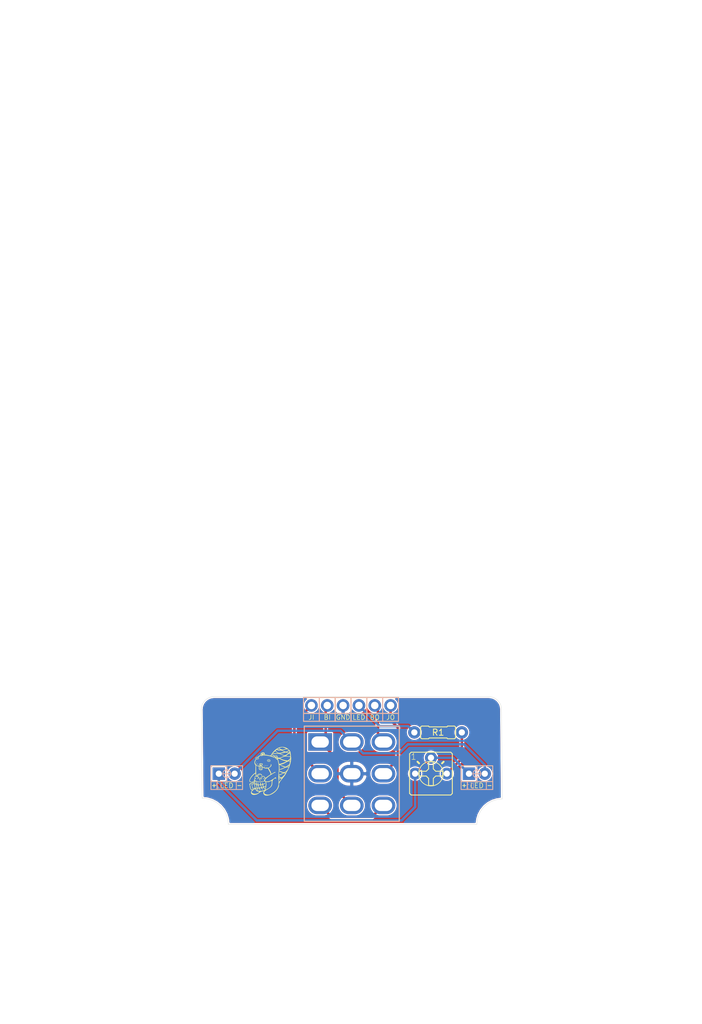
<source format=kicad_pcb>
(kicad_pcb (version 20171130) (host pcbnew "(5.1.9-0-10_14)")
  (layers (0 F.Cu signal) (31 B.Cu signal) (34 B.Paste user) (35 F.Paste user) (36 B.SilkS user) (37 F.SilkS user) (38 B.Mask user) (39 F.Mask user) (44 Edge.Cuts user))
  (net 0 "")
  (net 1 "Net-(D1-Pad1)")
  (net 2 "Net-(D1-Pad2)")
  (net 3 "Net-(H1-Pad1)")
  (net 4 "Net-(H2-Pad1)")
  (net 5 "Net-(H3-Pad1)")
  (net 6 GND2)
  (net 7 "Net-(H5-Pad1)")
  (net 8 "Net-(H6-Pad1)")
  (net 9 "Net-(R1-Pad2)")
  (net 10 "Net-(S1-PadP$3)")
  (module logo:drunk_beaver_logo (layer F.Cu) (at 101.219 96.012)
    (fp_text reference G*** hide)
    (fp_text value LOGO hide)
  )
  (module logo:drunk_beaver_text_metal (layer F.Cu) (at 100.33 101.473)
    (fp_text reference G*** hide)
    (fp_text value LOGO hide)
  )
  (module enclosures:1590B (layer F.Cu) (at 114.173 54.483)
    (fp_text reference "" (at 0 0) (layer F.SilkS) (effects (font (size 1.524 1.524))))
    (fp_text value "" (at 0 0) (layer F.SilkS) (effects (font (size 1.524 1.524))))
  )
  (module SparkFun-Electromechanical:3PDT.LUGS.SPF_WIDE (layer F.Cu) (at 114.3 96.4057)
    (fp_text reference S1 hide)
    (fp_text value 3PDT hide)
    (pad P$1 thru_hole rect (at -5.08 -5.08 180) (size 3.816 2.816) (drill oval 2.8 1.8) (layers *.Cu *.Mask) (net 3 "Net-(H1-Pad1)"))
    (pad P$2 thru_hole oval (at -5.08 0 180) (size 3.816 2.816) (drill oval 2.8 1.8) (layers *.Cu *.Mask) (net 4 "Net-(H2-Pad1)"))
    (pad P$3 thru_hole oval (at -5.08 5.08 180) (size 3.816 2.816) (drill oval 2.8 1.8) (layers *.Cu *.Mask) (net 10 "Net-(S1-PadP$3)"))
    (pad P$4 thru_hole oval (at 0 -5.08 180) (size 3.816 2.816) (drill oval 2.8 1.8) (layers *.Cu *.Mask) (net 1 "Net-(D1-Pad1)"))
    (pad P$5 thru_hole oval (at 0 0 180) (size 3.816 2.816) (drill oval 2.8 1.8) (layers *.Cu *.Mask) (net 6 GND2))
    (pad P$6 thru_hole oval (at 0 5.08 180) (size 3.816 2.816) (drill oval 2.8 1.8) (layers *.Cu *.Mask) (net 3 "Net-(H1-Pad1)"))
    (pad P$7 thru_hole oval (at 5.08 -5.08 180) (size 3.816 2.816) (drill oval 2.8 1.8) (layers *.Cu *.Mask) (net 7 "Net-(H5-Pad1)"))
    (pad P$8 thru_hole oval (at 5.08 0 180) (size 3.816 2.816) (drill oval 2.8 1.8) (layers *.Cu *.Mask) (net 8 "Net-(H6-Pad1)"))
    (pad P$9 thru_hole oval (at 5.08 5.08 180) (size 3.816 2.816) (drill oval 2.8 1.8) (layers *.Cu *.Mask) (net 10 "Net-(S1-PadP$3)"))
  )
  (module potentiometers:TRIM1 (layer F.Cu) (at 127 96.393)
    (fp_text reference RV1 hide)
    (fp_text value BRIGHTNESS)
    (fp_text user 1 (at -3.302 -2.159) (layer F.SilkS) (effects (font (size 0.9652 0.9652) (thickness 0.08128)) (justify left bottom)))
    (pad 3 thru_hole oval (at 2.54 0) (size 1.9304 1.9304) (drill 1) (layers *.Cu *.Mask) (net 9 "Net-(R1-Pad2)"))
    (pad 2 thru_hole oval (at 0 -2.54) (size 1.9304 1.9304) (drill 1) (layers *.Cu *.Mask) (net 2 "Net-(D1-Pad2)"))
    (pad 1 thru_hole oval (at -2.54 0) (size 1.9304 1.9304) (drill 1) (layers *.Cu *.Mask) (net 2 "Net-(D1-Pad2)"))
  )
  (module resistors:0.3_22.B (layer F.Cu) (at 128.143 89.789)
    (fp_text reference R1 (at 0 0) (layer F.SilkS))
    (fp_text value 1K hide)
    (pad 2 thru_hole oval (at 3.81 0) (size 2 2) (drill 1) (layers *.Cu *.Mask) (net 9 "Net-(R1-Pad2)"))
    (pad 1 thru_hole oval (at -3.81 0) (size 2 2) (drill 1) (layers *.Cu *.Mask) (net 5 "Net-(H3-Pad1)"))
  )
  (module supply_pins:PAD1 (layer F.Cu) (at 120.523 85.471)
    (fp_text reference H6 hide)
    (fp_text value JO (at 0 1.905) (layer F.SilkS) (effects (font (size 0.75 0.75) (thickness 0.1))))
    (pad 1 thru_hole oval (at 0 0) (size 2.032 2.032) (drill 1.2) (layers *.Cu *.Mask) (net 8 "Net-(H6-Pad1)"))
  )
  (module supply_pins:PAD1 (layer F.Cu) (at 117.983 85.471)
    (fp_text reference H5 hide)
    (fp_text value BO (at 0 1.905) (layer F.SilkS) (effects (font (size 0.75 0.75) (thickness 0.1))))
    (pad 1 thru_hole oval (at 0 0) (size 2.032 2.032) (drill 1.2) (layers *.Cu *.Mask) (net 7 "Net-(H5-Pad1)"))
  )
  (module supply_pins:PAD1 (layer F.Cu) (at 112.903 85.471)
    (fp_text reference H4 hide)
    (fp_text value GND (at 0 1.905) (layer F.SilkS) (effects (font (size 0.75 0.75) (thickness 0.1))))
    (pad 1 thru_hole oval (at 0 0) (size 2.032 2.032) (drill 1.2) (layers *.Cu *.Mask) (net 6 GND2))
  )
  (module supply_pins:PAD1 (layer F.Cu) (at 115.443 85.471)
    (fp_text reference H3 hide)
    (fp_text value LED (at 0 1.905) (layer F.SilkS) (effects (font (size 0.75 0.75) (thickness 0.1))))
    (pad 1 thru_hole oval (at 0 0) (size 2.032 2.032) (drill 1.2) (layers *.Cu *.Mask) (net 5 "Net-(H3-Pad1)"))
  )
  (module supply_pins:PAD1 (layer F.Cu) (at 107.823 85.471)
    (fp_text reference H2 hide)
    (fp_text value JI (at 0 1.905) (layer F.SilkS) (effects (font (size 0.75 0.75) (thickness 0.1))))
    (pad 1 thru_hole oval (at 0 0) (size 2.032 2.032) (drill 1.2) (layers *.Cu *.Mask) (net 4 "Net-(H2-Pad1)"))
  )
  (module supply_pins:PAD1 (layer F.Cu) (at 110.363 85.471)
    (fp_text reference H1 hide)
    (fp_text value BI (at 0 1.905) (layer F.SilkS) (effects (font (size 0.75 0.75) (thickness 0.1))))
    (pad 1 thru_hole oval (at 0 0) (size 2.032 2.032) (drill 1.2) (layers *.Cu *.Mask) (net 3 "Net-(H1-Pad1)"))
  )
  (module diodes:3MM_IO (layer F.Cu) (at 94.234 96.4057)
    (fp_text reference D2 (at -1.905 1.524) (layer B.SilkS) (effects (font (size 0.77216 0.77216) (thickness 0.065024)) (justify right top mirror)))
    (fp_text value LED (at 0 1.905) (layer F.SilkS) (effects (font (size 0.8 0.8) (thickness 0.1))))
    (pad 1 thru_hole oval (at 1.27 0) (size 2 2) (drill 1) (layers *.Cu *.Mask) (net 1 "Net-(D1-Pad1)"))
    (pad 2 thru_hole rect (at -1.27 0) (size 2 2) (drill 1) (layers *.Cu *.Mask) (net 2 "Net-(D1-Pad2)"))
  )
  (module diodes:3MM_IO (layer F.Cu) (at 134.366 96.4057)
    (fp_text reference D1 (at -1.905 1.524) (layer B.SilkS) (effects (font (size 0.77216 0.77216) (thickness 0.065024)) (justify right top mirror)))
    (fp_text value LED (at 0 1.905) (layer F.SilkS) (effects (font (size 0.8 0.8) (thickness 0.1))))
    (pad 1 thru_hole oval (at 1.27 0) (size 2 2) (drill 1) (layers *.Cu *.Mask) (net 1 "Net-(D1-Pad1)"))
    (pad 2 thru_hole rect (at -1.27 0) (size 2 2) (drill 1) (layers *.Cu *.Mask) (net 2 "Net-(D1-Pad2)"))
  )
  (gr_line (start 136.271 84.074) (end 92.202 84.074) (layer Edge.Cuts) (width 0.05))
  (gr_line (start 90.297 100.33) (end 90.17 86.106) (layer Edge.Cuts) (width 0.05))
  (gr_line (start 134.366 104.521) (end 94.488 104.521) (layer Edge.Cuts) (width 0.05))
  (gr_line (start 138.303 86.106) (end 138.43 100.457) (layer Edge.Cuts) (width 0.05))
  (gr_arc (start 138.43 104.521) (end 138.43 100.457) (angle -90) (layer Edge.Cuts) (width 0.05))
  (gr_arc (start 90.297 104.521) (end 94.488 104.521) (angle -90) (layer Edge.Cuts) (width 0.05))
  (gr_arc (start 92.202 86.106) (end 92.202 84.074) (angle -90) (layer Edge.Cuts) (width 0.05))
  (gr_arc (start 136.271 86.106) (end 138.303 86.106) (angle -90) (layer Edge.Cuts) (width 0.05))
  (segment (start 121.87729 93.13371) (end 116.10801 93.13371) (width 0.4) (layer B.Cu) (net 1))
  (segment (start 132.338513 91.694) (end 123.317 91.694) (width 0.4) (layer B.Cu) (net 1))
  (segment (start 135.636 94.991487) (end 132.338513 91.694) (width 0.4) (layer B.Cu) (net 1))
  (segment (start 116.10801 93.13371) (end 114.3 91.3257) (width 0.4) (layer B.Cu) (net 1))
  (segment (start 123.317 91.694) (end 121.87729 93.13371) (width 0.4) (layer B.Cu) (net 1))
  (segment (start 135.636 96.4057) (end 135.636 94.991487) (width 0.4) (layer B.Cu) (net 1))
  (segment (start 102.392001 89.517699) (end 95.504 96.4057) (width 0.4) (layer B.Cu) (net 1))
  (segment (start 112.491999 89.517699) (end 102.392001 89.517699) (width 0.4) (layer B.Cu) (net 1))
  (segment (start 114.3 91.3257) (end 112.491999 89.517699) (width 0.4) (layer B.Cu) (net 1))
  (segment (start 127 93.853) (end 124.46 96.393) (width 0.4) (layer F.Cu) (net 2))
  (segment (start 130.5433 93.853) (end 133.096 96.4057) (width 0.4) (layer B.Cu) (net 2))
  (segment (start 127 93.853) (end 130.5433 93.853) (width 0.4) (layer B.Cu) (net 2))
  (segment (start 124.46 101.727) (end 124.46 96.393) (width 0.4) (layer B.Cu) (net 2))
  (segment (start 122.301 103.886) (end 124.46 101.727) (width 0.4) (layer B.Cu) (net 2))
  (segment (start 99.0443 103.886) (end 122.301 103.886) (width 0.4) (layer B.Cu) (net 2))
  (segment (start 92.964 97.8057) (end 99.0443 103.886) (width 0.4) (layer B.Cu) (net 2))
  (segment (start 92.964 96.4057) (end 92.964 97.8057) (width 0.4) (layer B.Cu) (net 2))
  (segment (start 110.109 90.4367) (end 109.22 91.3257) (width 0.4) (layer F.Cu) (net 3))
  (segment (start 110.109 84.836) (end 110.109 90.4367) (width 0.4) (layer F.Cu) (net 3))
  (segment (start 111.99199 99.17769) (end 114.3 101.4857) (width 0.4) (layer F.Cu) (net 3))
  (segment (start 111.99199 94.09769) (end 111.99199 99.17769) (width 0.4) (layer F.Cu) (net 3))
  (segment (start 109.22 91.3257) (end 111.99199 94.09769) (width 0.4) (layer F.Cu) (net 3))
  (segment (start 105.08615 88.20785) (end 105.08615 92.27185) (width 0.4) (layer F.Cu) (net 4))
  (segment (start 105.08615 92.27185) (end 109.22 96.4057) (width 0.4) (layer F.Cu) (net 4))
  (segment (start 107.823 85.471) (end 105.08615 88.20785) (width 0.4) (layer F.Cu) (net 4))
  (segment (start 123.333001 88.789001) (end 124.333 89.789) (width 0.4) (layer B.Cu) (net 5))
  (segment (start 118.761001 88.789001) (end 123.333001 88.789001) (width 0.4) (layer B.Cu) (net 5))
  (segment (start 115.443 85.471) (end 118.761001 88.789001) (width 0.4) (layer B.Cu) (net 5))
  (segment (start 118.491 90.4367) (end 119.38 91.3257) (width 0.4) (layer F.Cu) (net 7))
  (segment (start 118.491 84.836) (end 118.491 90.4367) (width 0.4) (layer F.Cu) (net 7))
  (segment (start 121.68801 94.09769) (end 119.38 96.4057) (width 0.4) (layer F.Cu) (net 8))
  (segment (start 121.68801 89.00499) (end 121.68801 94.09769) (width 0.4) (layer F.Cu) (net 8))
  (segment (start 120.523 87.83998) (end 121.68801 89.00499) (width 0.4) (layer F.Cu) (net 8))
  (segment (start 120.523 85.471) (end 120.523 87.83998) (width 0.4) (layer F.Cu) (net 8))
  (segment (start 131.953 93.98) (end 129.54 96.393) (width 0.4) (layer F.Cu) (net 9))
  (segment (start 131.953 89.789) (end 131.953 93.98) (width 0.4) (layer F.Cu) (net 9))
  (segment (start 117.57199 103.29371) (end 119.38 101.4857) (width 0.4) (layer F.Cu) (net 10))
  (segment (start 111.02801 103.29371) (end 117.57199 103.29371) (width 0.4) (layer F.Cu) (net 10))
  (segment (start 109.22 101.4857) (end 111.02801 103.29371) (width 0.4) (layer F.Cu) (net 10))
  (zone (net 6) (net_name GND2) (layer F.Cu) (connect_pads (clearance 0.2)) (min_thickness 0.254) (fill yes (arc_segments 32) (thermal_gap 0.508) (thermal_bridge_width 0.508))
    (polygon (pts (xy 138.43 104.521) (xy 90.17 104.521) (xy 90.043 82.423) (xy 90.17 82.423) (xy 138.43 82.296)))
  )
  (zone (net 6) (net_name GND2) (layer B.Cu) (connect_pads (clearance 0.2)) (min_thickness 0.254) (fill yes (arc_segments 32) (thermal_gap 0.508) (thermal_bridge_width 0.508))
    (polygon (pts (xy 138.43 82.296) (xy 138.557 104.521) (xy 90.17 104.521) (xy 90.043 81.407) (xy 90.17 81.407)))
  )
)
</source>
